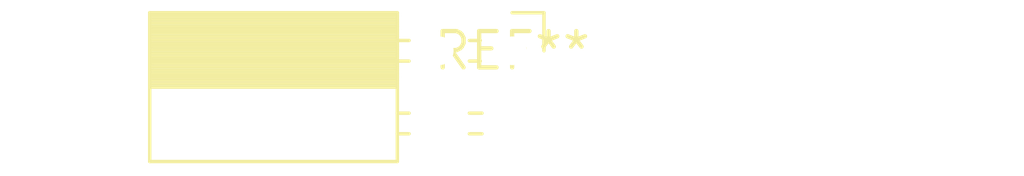
<source format=kicad_pcb>
(kicad_pcb (version 20240108) (generator pcbnew)
  (layers (0 "F.Cu" signal) (31 "B.Cu" signal) (34 "B.Paste" user) (35 "F.Paste" user) (36 "B.SilkS" user "B.Silkscreen") (37 "F.SilkS" user "F.Silkscreen") (38 "B.Mask" user) (39 "F.Mask" user) (44 "Edge.Cuts" user))
  (net 0 "")
  (footprint "PinSocket_2x02_P2.54mm_Horizontal" (layer "F.Cu") (at 0 0)
    (property "Reference" "REF**")
    (property "Value" "PinSocket_2x02_P2.54mm_Horizontal")
    (fp_line (start -12.63 -1.33) (end -12.63 3.87) (layer "F.SilkS") (stroke (width 0.12)))
    (fp_line (start -12.63 -1.33) (end -4 -1.33) (layer "F.SilkS") (stroke (width 0.12)))
    (fp_line (start -12.63 -1.21) (end -4 -1.21) (layer "F.SilkS") (stroke (width 0.12)))
    (fp_line (start -12.63 -1.091905) (end -4 -1.091905) (layer "F.SilkS") (stroke (width 0.12)))
    (fp_line (start -12.63 -0.97381) (end -4 -0.97381) (layer "F.SilkS") (stroke (width 0.12)))
    (fp_line (start -12.63 -0.855715) (end -4 -0.855715) (layer "F.SilkS") (stroke (width 0.12)))
    (fp_line (start -12.63 -0.73762) (end -4 -0.73762) (layer "F.SilkS") (stroke (width 0.12)))
    (fp_line (start -12.63 -0.619525) (end -4 -0.619525) (layer "F.SilkS") (stroke (width 0.12)))
    (fp_line (start -12.63 -0.50143) (end -4 -0.50143) (layer "F.SilkS") (stroke (width 0.12)))
    (fp_line (start -12.63 -0.383335) (end -4 -0.383335) (layer "F.SilkS") (stroke (width 0.12)))
    (fp_line (start -12.63 -0.26524) (end -4 -0.26524) (layer "F.SilkS") (stroke (width 0.12)))
    (fp_line (start -12.63 -0.147145) (end -4 -0.147145) (layer "F.SilkS") (stroke (width 0.12)))
    (fp_line (start -12.63 -0.02905) (end -4 -0.02905) (layer "F.SilkS") (stroke (width 0.12)))
    (fp_line (start -12.63 0.089045) (end -4 0.089045) (layer "F.SilkS") (stroke (width 0.12)))
    (fp_line (start -12.63 0.20714) (end -4 0.20714) (layer "F.SilkS") (stroke (width 0.12)))
    (fp_line (start -12.63 0.325235) (end -4 0.325235) (layer "F.SilkS") (stroke (width 0.12)))
    (fp_line (start -12.63 0.44333) (end -4 0.44333) (layer "F.SilkS") (stroke (width 0.12)))
    (fp_line (start -12.63 0.561425) (end -4 0.561425) (layer "F.SilkS") (stroke (width 0.12)))
    (fp_line (start -12.63 0.67952) (end -4 0.67952) (layer "F.SilkS") (stroke (width 0.12)))
    (fp_line (start -12.63 0.797615) (end -4 0.797615) (layer "F.SilkS") (stroke (width 0.12)))
    (fp_line (start -12.63 0.91571) (end -4 0.91571) (layer "F.SilkS") (stroke (width 0.12)))
    (fp_line (start -12.63 1.033805) (end -4 1.033805) (layer "F.SilkS") (stroke (width 0.12)))
    (fp_line (start -12.63 1.1519) (end -4 1.1519) (layer "F.SilkS") (stroke (width 0.12)))
    (fp_line (start -12.63 1.27) (end -4 1.27) (layer "F.SilkS") (stroke (width 0.12)))
    (fp_line (start -12.63 3.87) (end -4 3.87) (layer "F.SilkS") (stroke (width 0.12)))
    (fp_line (start -4 -1.33) (end -4 3.87) (layer "F.SilkS") (stroke (width 0.12)))
    (fp_line (start -4 -0.36) (end -3.59 -0.36) (layer "F.SilkS") (stroke (width 0.12)))
    (fp_line (start -4 0.36) (end -3.59 0.36) (layer "F.SilkS") (stroke (width 0.12)))
    (fp_line (start -4 2.18) (end -3.59 2.18) (layer "F.SilkS") (stroke (width 0.12)))
    (fp_line (start -4 2.9) (end -3.59 2.9) (layer "F.SilkS") (stroke (width 0.12)))
    (fp_line (start -1.49 -0.36) (end -1.11 -0.36) (layer "F.SilkS") (stroke (width 0.12)))
    (fp_line (start -1.49 0.36) (end -1.11 0.36) (layer "F.SilkS") (stroke (width 0.12)))
    (fp_line (start -1.49 2.18) (end -1.05 2.18) (layer "F.SilkS") (stroke (width 0.12)))
    (fp_line (start -1.49 2.9) (end -1.05 2.9) (layer "F.SilkS") (stroke (width 0.12)))
    (fp_line (start 0 -1.33) (end 1.11 -1.33) (layer "F.SilkS") (stroke (width 0.12)))
    (fp_line (start 1.11 -1.33) (end 1.11 0) (layer "F.SilkS") (stroke (width 0.12)))
    (pad "1" thru_hole rect (at 0 0) (size 1.7 1.7) (drill 1) (layers *.Cu *.Mask) (remove_unused_layers))
    (pad "2" thru_hole oval (at -2.54 0) (size 1.7 1.7) (drill 1) (layers *.Cu *.Mask) (remove_unused_layers))
    (pad "3" thru_hole oval (at 0 2.54) (size 1.7 1.7) (drill 1) (layers *.Cu *.Mask) (remove_unused_layers))
    (pad "4" thru_hole oval (at -2.54 2.54) (size 1.7 1.7) (drill 1) (layers *.Cu *.Mask) (remove_unused_layers))
  )
)
</source>
